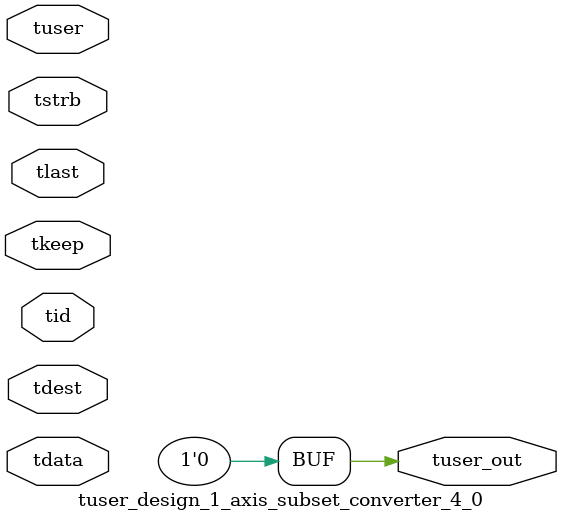
<source format=v>


`timescale 1ps/1ps

module tuser_design_1_axis_subset_converter_4_0 #
(
parameter C_S_AXIS_TUSER_WIDTH = 1,
parameter C_S_AXIS_TDATA_WIDTH = 32,
parameter C_S_AXIS_TID_WIDTH   = 0,
parameter C_S_AXIS_TDEST_WIDTH = 0,
parameter C_M_AXIS_TUSER_WIDTH = 1
)
(
input  [(C_S_AXIS_TUSER_WIDTH == 0 ? 1 : C_S_AXIS_TUSER_WIDTH)-1:0     ] tuser,
input  [(C_S_AXIS_TDATA_WIDTH == 0 ? 1 : C_S_AXIS_TDATA_WIDTH)-1:0     ] tdata,
input  [(C_S_AXIS_TID_WIDTH   == 0 ? 1 : C_S_AXIS_TID_WIDTH)-1:0       ] tid,
input  [(C_S_AXIS_TDEST_WIDTH == 0 ? 1 : C_S_AXIS_TDEST_WIDTH)-1:0     ] tdest,
input  [(C_S_AXIS_TDATA_WIDTH/8)-1:0 ] tkeep,
input  [(C_S_AXIS_TDATA_WIDTH/8)-1:0 ] tstrb,
input                                                                    tlast,
output [C_M_AXIS_TUSER_WIDTH-1:0] tuser_out
);

assign tuser_out = {1'b0};

endmodule


</source>
